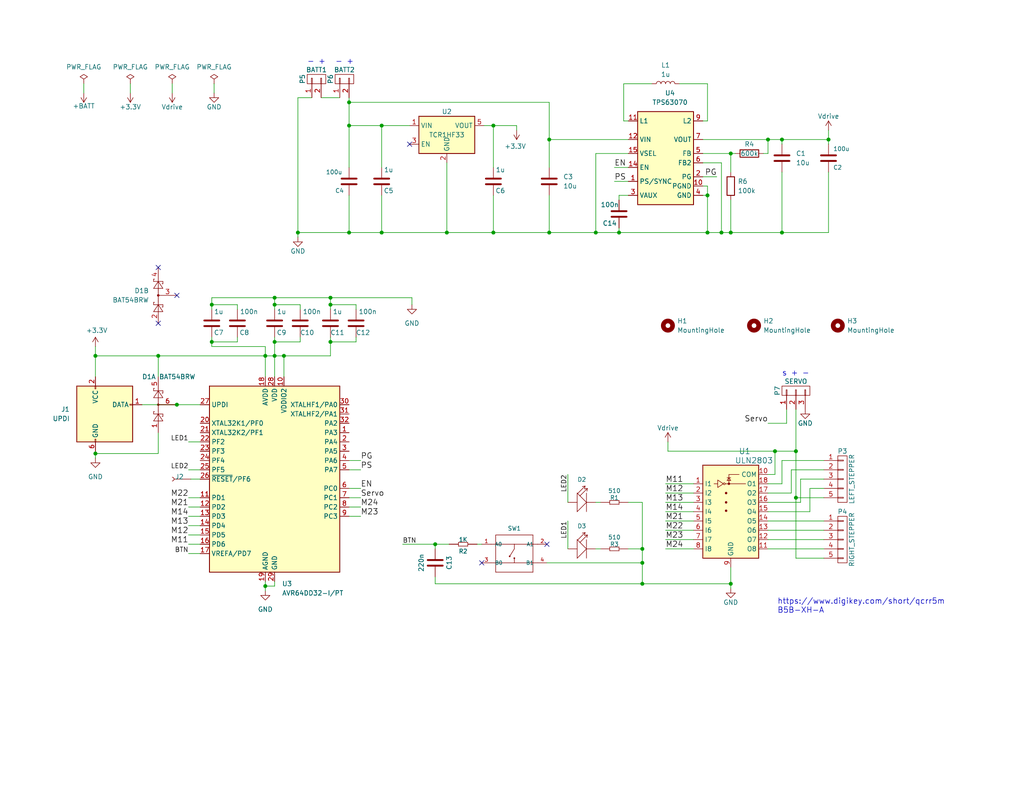
<source format=kicad_sch>
(kicad_sch (version 20231120) (generator "eeschema") (generator_version "8.0")
  (paper "USLetter")
  (title_block (title "AVR Robot Base") (date "2023-07-30") (rev "0.3") (company "www.MakersBox.us / ETH") (comment 1 "K. Olsen, R. Kralovic"))
  (lib_symbols
    (symbol "+3.3V_2" (power) (pin_names (offset 0))
      (property "Value" "+3.3V_2" (at 0 3.556 0))
      (symbol "+3.3V_2_1_1"
        (pin power_in line (at 0 0 90) (length 0) hide (name "+3.3V") (number "1"))
      )
    )
    (symbol "Connector:AVR-UPDI-6" (pin_names (offset 1.016))
      (property "Reference" "J" (at -6.35 8.89 0))
      (property "Value" "AVR-UPDI-6" (at 0 8.89 0))
      (symbol "AVR-UPDI-6_1_1"
        (pin passive line (at 10.16 2.54 180) (length 2.54) (name "DATA") (number "1"))
        (pin passive line (at -2.54 10.16 270) (length 2.54) (name "VCC") (number "2"))
        (pin no_connect line (at 7.62 0 180) (length 2.54) hide (name "NC") (number "3"))
        (pin no_connect line (at 7.62 -2.54 180) (length 2.54) hide (name "NC") (number "4"))
        (pin no_connect line (at 7.62 -5.08 180) (length 2.54) hide (name "NC") (number "5"))
        (pin passive line (at -2.54 -10.16 90) (length 2.54) (name "GND") (number "6"))
      )
    )
    (symbol "Connector:Conn_01x01_Female" (pin_numbers hide) (pin_names (offset 1.016) hide)
      (property "Reference" "J" (at 0 2.54 0))
      (property "Value" "Conn_01x01_Female" (at 0 -2.54 0))
      (symbol "Conn_01x01_Female_1_1"
        (pin passive line (at -5.08 0 0) (length 3.81) (name "Pin_1") (number "1"))
      )
    )
    (symbol "Device:C" (pin_numbers hide) (pin_names (offset 0.254))
      (property "Reference" "C" (at 0.635 2.54 0))
      (property "Value" "C" (at 0.635 -2.54 0))
      (symbol "C_1_1"
        (pin passive line (at 0 3.81 270) (length 2.794) (name "~") (number "1"))
        (pin passive line (at 0 -3.81 90) (length 2.794) (name "~") (number "2"))
      )
    )
    (symbol "Device:L" (pin_numbers hide) (pin_names (offset 1.016) hide)
      (property "Reference" "L" (at -1.27 0 90))
      (property "Value" "L" (at 1.905 0 90))
      (symbol "L_1_1"
        (pin passive line (at 0 3.81 270) (length 1.27) (name "1") (number "1"))
        (pin passive line (at 0 -3.81 90) (length 1.27) (name "2") (number "2"))
      )
    )
    (symbol "Device:R" (pin_numbers hide) (pin_names (offset 0))
      (property "Reference" "R" (at 2.032 0 90))
      (property "Value" "R" (at 0 0 90))
      (symbol "R_1_1"
        (pin passive line (at 0 3.81 270) (length 1.27) (name "~") (number "1"))
        (pin passive line (at 0 -3.81 90) (length 1.27) (name "~") (number "2"))
      )
    )
    (symbol "MCU_Microchip_AVR_Dx:AVR64DB32x-xPT"
      (property "Reference" "U" (at -17.78 26.67 0))
      (property "Value" "AVR64DB32x-xPT" (at 2.54 -26.67 0))
      (symbol "AVR64DB32x-xPT_1_1"
        (pin bidirectional line (at 20.32 12.7 180) (length 2.54) (name "PA3") (number "1"))
        (pin power_in line (at 2.54 27.94 270) (length 2.54) (name "VDDIO2") (number "10"))
        (pin bidirectional line (at -20.32 -5.08 0) (length 2.54) (name "PD1") (number "11"))
        (pin bidirectional line (at -20.32 -7.62 0) (length 2.54) (name "PD2") (number "12"))
        (pin bidirectional line (at -20.32 -10.16 0) (length 2.54) (name "PD3") (number "13"))
        (pin bidirectional line (at -20.32 -12.7 0) (length 2.54) (name "PD4") (number "14"))
        (pin bidirectional line (at -20.32 -15.24 0) (length 2.54) (name "PD5") (number "15"))
        (pin bidirectional line (at -20.32 -17.78 0) (length 2.54) (name "PD6") (number "16"))
        (pin bidirectional line (at -20.32 -20.32 0) (length 2.54) (name "VREFA/PD7") (number "17"))
        (pin power_in line (at -2.54 27.94 270) (length 2.54) (name "AVDD") (number "18"))
        (pin power_in line (at -2.54 -27.94 90) (length 2.54) (name "AGND") (number "19"))
        (pin bidirectional line (at 20.32 10.16 180) (length 2.54) (name "PA4") (number "2"))
        (pin bidirectional line (at -20.32 15.24 0) (length 2.54) (name "XTAL32K1/PF0") (number "20"))
        (pin bidirectional line (at -20.32 12.7 0) (length 2.54) (name "XTAL32K2/PF1") (number "21"))
        (pin bidirectional line (at -20.32 10.16 0) (length 2.54) (name "PF2") (number "22"))
        (pin bidirectional line (at -20.32 7.62 0) (length 2.54) (name "PF3") (number "23"))
        (pin bidirectional line (at -20.32 5.08 0) (length 2.54) (name "PF4") (number "24"))
        (pin bidirectional line (at -20.32 2.54 0) (length 2.54) (name "PF5") (number "25"))
        (pin bidirectional line (at -20.32 0 0) (length 2.54) (name "~{RESET}/PF6") (number "26"))
        (pin input line (at -20.32 20.32 0) (length 2.54) (name "UPDI") (number "27"))
        (pin power_in line (at 0 27.94 270) (length 2.54) (name "VDD") (number "28"))
        (pin power_in line (at 0 -27.94 90) (length 2.54) (name "GND") (number "29"))
        (pin bidirectional line (at 20.32 7.62 180) (length 2.54) (name "PA5") (number "3"))
        (pin bidirectional line (at 20.32 20.32 180) (length 2.54) (name "XTALHF1/PA0") (number "30"))
        (pin bidirectional line (at 20.32 17.78 180) (length 2.54) (name "XTALHF2/PA1") (number "31"))
        (pin bidirectional line (at 20.32 15.24 180) (length 2.54) (name "PA2") (number "32"))
        (pin bidirectional line (at 20.32 5.08 180) (length 2.54) (name "PA6") (number "4"))
        (pin bidirectional line (at 20.32 2.54 180) (length 2.54) (name "PA7") (number "5"))
        (pin bidirectional line (at 20.32 -2.54 180) (length 2.54) (name "PC0") (number "6"))
        (pin bidirectional line (at 20.32 -5.08 180) (length 2.54) (name "PC1") (number "7"))
        (pin bidirectional line (at 20.32 -7.62 180) (length 2.54) (name "PC2") (number "8"))
        (pin bidirectional line (at 20.32 -10.16 180) (length 2.54) (name "PC3") (number "9"))
      )
    )
    (symbol "Mechanical:MountingHole" (pin_names (offset 1.016))
      (property "Reference" "H" (at 0 5.08 0))
      (property "Value" "MountingHole" (at 0 3.175 0))
    )
    (symbol "OPL_Optoelectronics:SMD-LED-CLEAR-RED_0805_" (pin_numbers hide) (pin_names (offset 1.016) hide)
      (property "Reference" "D" (at -7.62 1.27 0))
      (property "Value" "OPL_Optoelectronics_SMD-LED-CLEAR-RED_0805_" (at -5.08 -5.08 0))
      (symbol "SMD-LED-CLEAR-RED_0805__1_1"
        (pin passive line (at -3.81 0 0) (length 2.54) (name "+") (number "1"))
        (pin passive line (at 3.81 0 180) (length 2.54) (name "-") (number "2"))
      )
    )
    (symbol "OPL_Resistor:SMD-RES-100R-5%-1_10W_0603_" (pin_numbers hide) (pin_names (offset 1.016) hide)
      (property "Reference" "R" (at -3.81 1.27 0))
      (property "Value" "OPL_Resistor_SMD-RES-100R-5%-1_10W_0603_" (at -3.81 -2.54 0))
      (symbol "SMD-RES-100R-5%-1_10W_0603__1_1"
        (pin passive line (at -3.81 0 0) (length 2.54) (name "1") (number "1"))
        (pin passive line (at 3.81 0 180) (length 2.54) (name "2") (number "2"))
      )
    )
    (symbol "OPL_Resistor:SMD-RES-620R-5%-1_10W_0603_" (pin_numbers hide) (pin_names (offset 1.016) hide)
      (property "Reference" "R" (at -3.81 1.27 0))
      (property "Value" "OPL_Resistor_SMD-RES-620R-5%-1_10W_0603_" (at -3.81 -2.54 0))
      (symbol "SMD-RES-620R-5%-1_10W_0603__1_1"
        (pin passive line (at -3.81 0 0) (length 2.54) (name "1") (number "1"))
        (pin passive line (at 3.81 0 180) (length 2.54) (name "2") (number "2"))
      )
    )
    (symbol "OPL_Switch:SMD-BUTTON_4P-5.2X5.2X1.5MM-SKQGADE010_" (pin_names (offset 1.016))
      (property "Reference" "SW" (at -5.08 5.08 0))
      (property "Value" "OPL_Switch_SMD-BUTTON_4P-5.2X5.2X1.5MM-SKQGADE010_" (at -5.08 -6.35 0))
      (symbol "SMD-BUTTON_4P-5.2X5.2X1.5MM-SKQGADE010__1_1"
        (pin bidirectional line (at -8.89 2.54 0) (length 2.54) (name "A0") (number "1"))
        (pin bidirectional line (at 8.89 2.54 180) (length 2.54) (name "A1") (number "2"))
        (pin bidirectional line (at -8.89 -2.54 0) (length 2.54) (name "B0") (number "3"))
        (pin bidirectional line (at 8.89 -2.54 180) (length 2.54) (name "B1") (number "4"))
      )
    )
    (symbol "avrostr-rescue:+BATT" (power) (pin_names (offset 0))
      (property "Value" "+BATT" (at 0 3.556 0))
      (symbol "+BATT_1_1"
        (pin power_in line (at 0 0 90) (length 0) hide (name "+BATT") (number "1"))
      )
    )
    (symbol "avrostr-rescue:CONN_01X02" (pin_names (offset 1.016) hide)
      (property "Reference" "J" (at 0 3.81 0))
      (property "Value" "CONN_01X02" (at 2.54 0 90))
      (symbol "CONN_01X02_1_1"
        (pin passive line (at -5.08 1.27 0) (length 3.81) (name "P1") (number "1"))
        (pin passive line (at -5.08 -1.27 0) (length 3.81) (name "P2") (number "2"))
      )
    )
    (symbol "avrostr-rescue:CONN_01X03" (pin_names (offset 1.016) hide)
      (property "Reference" "J" (at 0 5.08 0))
      (property "Value" "CONN_01X03" (at 2.54 0 90))
      (symbol "CONN_01X03_1_1"
        (pin passive line (at -5.08 2.54 0) (length 3.81) (name "P1") (number "1"))
        (pin passive line (at -5.08 0 0) (length 3.81) (name "P2") (number "2"))
        (pin passive line (at -5.08 -2.54 0) (length 3.81) (name "P3") (number "3"))
      )
    )
    (symbol "avrostr-rescue:CONN_01X05" (pin_names (offset 1.016) hide)
      (property "Reference" "J" (at 0 7.62 0))
      (property "Value" "CONN_01X05" (at 2.54 0 90))
      (symbol "CONN_01X05_1_1"
        (pin passive line (at -5.08 5.08 0) (length 3.81) (name "P1") (number "1"))
        (pin passive line (at -5.08 2.54 0) (length 3.81) (name "P2") (number "2"))
        (pin passive line (at -5.08 0 0) (length 3.81) (name "P3") (number "3"))
        (pin passive line (at -5.08 -2.54 0) (length 3.81) (name "P4") (number "4"))
        (pin passive line (at -5.08 -5.08 0) (length 3.81) (name "P5") (number "5"))
      )
    )
    (symbol "avrostr-rescue:GND" (power) (pin_names (offset 0))
      (property "Value" "GND" (at 0 -3.81 0))
      (symbol "GND_1_1"
        (pin power_in line (at 0 0 270) (length 0) hide (name "GND") (number "1"))
      )
    )
    (symbol "avrostr-rescue:PWR_FLAG" (power) (pin_numbers hide) (pin_names (offset 0) hide)
      (property "Value" "PWR_FLAG" (at 0 3.81 0))
      (symbol "PWR_FLAG_0_0"
        (pin power_out line (at 0 0 90) (length 0) (name "pwr") (number "1"))
      )
    )
    (symbol "power:GND" (power) (pin_names (offset 0))
      (property "Value" "GND" (at 0 -3.81 0))
      (symbol "GND_1_1"
        (pin power_in line (at 0 0 270) (length 0) hide (name "GND") (number "1"))
      )
    )
    (symbol "power:Vdrive" (power) (pin_names (offset 0))
      (property "Value" "Vdrive" (at 0 3.81 0))
      (symbol "Vdrive_1_1"
        (pin power_in line (at 0 0 90) (length 0) hide (name "Vdrive") (number "1"))
      )
    )
    (symbol "riso:BAT54BRW" (pin_names (offset 1.016))
      (property "Reference" "D" (at -5.08 -2.54 0))
      (property "Value" "BAT54BRW" (at 0.635 -2.54 0))
      (symbol "BAT54BRW_1_1"
        (pin passive line (at -7.62 0 0) (length 3.81) (name "") (number "1"))
        (pin passive line (at 7.62 0 180) (length 3.81) (name "") (number "5"))
        (pin passive line (at 0 -5.08 90) (length 5.08) (name "") (number "6"))
      )
      (symbol "BAT54BRW_2_1"
        (pin passive line (at -7.62 0 0) (length 3.81) (name "") (number "2"))
        (pin passive line (at 0 -5.08 90) (length 5.08) (name "") (number "3"))
        (pin passive line (at 7.62 0 180) (length 3.81) (name "") (number "4"))
      )
    )
    (symbol "riso:TCR1HF33"
      (property "Reference" "U" (at 0 10.16 0))
      (property "Value" "TCR1HF33" (at 0 7.62 0))
      (symbol "TCR1HF33_1_1"
        (pin power_in line (at -10.16 2.54 0) (length 2.54) (name "VIN") (number "1"))
        (pin power_in line (at 0 -7.62 90) (length 2.54) (name "GND") (number "2"))
        (pin input line (at -10.16 -2.54 0) (length 2.54) (name "EN") (number "3"))
        (pin no_connect line (at 10.16 -2.54 180) (length 2.54) hide (name "NC") (number "4"))
        (pin power_out line (at 10.16 2.54 180) (length 2.54) (name "VOUT") (number "5"))
      )
    )
    (symbol "riso:TPS63070"
      (property "Reference" "U" (at -7.62 13.97 0))
      (property "Value" "TPS63070" (at 2.54 13.97 0))
      (symbol "TPS63070_0_0"
        (pin power_in line (at -10.16 5.08 0) (length 2.54) (name "VIN") (number "12"))
        (pin power_in line (at -10.16 5.08 0) (length 2.54) hide (name "VIN") (number "12_13"))
        (pin power_in line (at -10.16 5.08 0) (length 2.54) hide (name "VIN") (number "13"))
        (pin input line (at -10.16 -2.54 0) (length 2.54) (name "EN") (number "14"))
        (pin input line (at -10.16 1.27 0) (length 2.54) (name "VSEL") (number "15"))
        (pin power_out line (at 10.16 5.08 180) (length 2.54) hide (name "VOUT") (number "7_8"))
      )
      (symbol "TPS63070_1_1"
        (pin input line (at -10.16 -6.35 0) (length 2.54) (name "PS/SYNC") (number "1"))
        (pin power_in line (at 10.16 -7.62 180) (length 2.54) (name "PGND") (number "10"))
        (pin input line (at -10.16 10.16 0) (length 2.54) (name "L1") (number "11"))
        (pin open_collector line (at 10.16 -5.08 180) (length 2.54) (name "PG") (number "2"))
        (pin output line (at -10.16 -10.16 0) (length 2.54) (name "VAUX") (number "3"))
        (pin power_in line (at 10.16 -10.16 180) (length 2.54) (name "GND") (number "4"))
        (pin input line (at 10.16 1.27 180) (length 2.54) (name "FB") (number "5"))
        (pin output line (at 10.16 -1.27 180) (length 2.54) (name "FB2") (number "6"))
        (pin power_out line (at 10.16 5.08 180) (length 2.54) (name "VOUT") (number "7"))
        (pin power_out line (at 10.16 5.08 180) (length 2.54) hide (name "VOUT") (number "8"))
        (pin input line (at 10.16 10.16 180) (length 2.54) (name "L2") (number "9"))
      )
    )
    (symbol "riso:ULN2803A"
      (property "Reference" "U" (at 0 13.335 0))
      (property "Value" "ULN2803A" (at 0 11.43 0))
      (symbol "ULN2803A_1_1"
        (pin input line (at -10.16 5.08 0) (length 2.54) (name "I1") (number "1"))
        (pin passive line (at 10.16 7.62 180) (length 2.54) (name "COM") (number "10"))
        (pin open_collector line (at 10.16 -12.7 180) (length 2.54) (name "O8") (number "11"))
        (pin open_collector line (at 10.16 -10.16 180) (length 2.54) (name "O7") (number "12"))
        (pin open_collector line (at 10.16 -7.62 180) (length 2.54) (name "O6") (number "13"))
        (pin open_collector line (at 10.16 -5.08 180) (length 2.54) (name "O5") (number "14"))
        (pin open_collector line (at 10.16 -2.54 180) (length 2.54) (name "O4") (number "15"))
        (pin open_collector line (at 10.16 0 180) (length 2.54) (name "O3") (number "16"))
        (pin open_collector line (at 10.16 2.54 180) (length 2.54) (name "O2") (number "17"))
        (pin open_collector line (at 10.16 5.08 180) (length 2.54) (name "O1") (number "18"))
        (pin input line (at -10.16 2.54 0) (length 2.54) (name "I2") (number "2"))
        (pin input line (at -10.16 0 0) (length 2.54) (name "I3") (number "3"))
        (pin input line (at -10.16 -2.54 0) (length 2.54) (name "I4") (number "4"))
        (pin input line (at -10.16 -5.08 0) (length 2.54) (name "I5") (number "5"))
        (pin input line (at -10.16 -7.62 0) (length 2.54) (name "I6") (number "6"))
        (pin input line (at -10.16 -10.16 0) (length 2.54) (name "I7") (number "7"))
        (pin input line (at -10.16 -12.7 0) (length 2.54) (name "I8") (number "8"))
        (pin power_in line (at 0 -17.78 90) (length 2.54) (name "GND") (number "9"))
      )
    )
  )
  (junction (at 74.93 81.28))
  (junction (at 26.035 97.155))
  (junction (at 72.39 97.155))
  (junction (at 193.04 53.34))
  (junction (at 77.47 97.155))
  (junction (at 149.86 63.5))
  (junction (at 175.26 149.86))
  (junction (at 134.62 34.29))
  (junction (at 121.92 63.5))
  (junction (at 57.785 83.185))
  (junction (at 95.25 27.94))
  (junction (at 57.785 93.345))
  (junction (at 26.035 123.825))
  (junction (at 95.25 34.29))
  (junction (at 90.17 83.185))
  (junction (at 74.93 83.185))
  (junction (at 196.85 63.5))
  (junction (at 175.26 159.385))
  (junction (at 168.91 63.5))
  (junction (at 217.17 135.89))
  (junction (at 48.26 110.49))
  (junction (at 81.28 63.5))
  (junction (at 199.39 41.91))
  (junction (at 209.55 38.1))
  (junction (at 95.25 63.5))
  (junction (at 199.39 159.385))
  (junction (at 43.18 97.155))
  (junction (at 104.14 34.29))
  (junction (at 175.26 153.67))
  (junction (at 134.62 63.5))
  (junction (at 74.93 97.155))
  (junction (at 213.36 63.5))
  (junction (at 226.06 38.1))
  (junction (at 104.14 63.5))
  (junction (at 90.17 81.28))
  (junction (at 162.56 63.5))
  (junction (at 213.36 38.1))
  (junction (at 149.86 38.1))
  (junction (at 211.455 123.19))
  (junction (at 118.745 148.59))
  (junction (at 74.93 93.345))
  (junction (at 193.04 63.5))
  (junction (at 90.17 93.345))
  (junction (at 199.39 63.5))
  (junction (at 217.17 123.19))
  (junction (at 72.39 160.02))
  (no_connect (at 111.76 39.37))
  (no_connect (at 149.225 148.59))
  (no_connect (at 48.26 80.645))
  (no_connect (at 43.18 88.265))
  (no_connect (at 43.18 73.025))
  (no_connect (at 131.445 153.67))
  (wire (pts (xy 168.91 62.23) (xy 168.91 63.5)))
  (wire (pts (xy 193.04 53.34) (xy 193.04 63.5)))
  (wire (pts (xy 74.93 97.155) (xy 77.47 97.155)))
  (wire (pts (xy 43.18 97.155) (xy 72.39 97.155)))
  (wire (pts (xy 118.745 159.385) (xy 175.26 159.385)))
  (wire (pts (xy 209.55 129.54) (xy 211.455 129.54)))
  (wire (pts (xy 109.855 148.59) (xy 118.745 148.59)))
  (wire (pts (xy 199.39 159.385) (xy 199.39 160.655)))
  (wire (pts (xy 224.79 135.89) (xy 217.17 135.89)))
  (wire (pts (xy 217.17 152.4) (xy 224.79 152.4)))
  (wire (pts (xy 134.62 63.5) (xy 149.86 63.5)))
  (wire (pts (xy 81.28 26.67) (xy 85.09 26.67)))
  (wire (pts (xy 199.39 41.91) (xy 199.39 46.99)))
  (wire (pts (xy 140.97 34.29) (xy 140.97 35.56)))
  (wire (pts (xy 167.64 45.72) (xy 171.45 45.72)))
  (wire (pts (xy 112.395 83.185) (xy 112.395 81.28)))
  (wire (pts (xy 213.36 38.1) (xy 213.36 39.37)))
  (wire (pts (xy 193.04 22.86) (xy 193.04 33.02)))
  (wire (pts (xy 95.25 138.43) (xy 98.425 138.43)))
  (wire (pts (xy 90.17 93.345) (xy 90.17 92.075)))
  (wire (pts (xy 209.55 115.57) (xy 214.63 115.57)))
  (wire (pts (xy 95.25 27.94) (xy 95.25 34.29)))
  (wire (pts (xy 72.39 97.155) (xy 74.93 97.155)))
  (wire (pts (xy 209.55 147.32) (xy 224.79 147.32)))
  (wire (pts (xy 149.86 38.1) (xy 149.86 45.72)))
  (wire (pts (xy 199.39 54.61) (xy 199.39 63.5)))
  (wire (pts (xy 189.23 142.24) (xy 181.61 142.24)))
  (wire (pts (xy 54.61 151.13) (xy 51.435 151.13)))
  (wire (pts (xy 215.9 134.62) (xy 215.9 128.27)))
  (wire (pts (xy 121.92 63.5) (xy 134.62 63.5)))
  (wire (pts (xy 149.225 153.67) (xy 175.26 153.67)))
  (wire (pts (xy 211.455 129.54) (xy 211.455 123.19)))
  (wire (pts (xy 211.455 123.19) (xy 217.17 123.19)))
  (wire (pts (xy 191.77 41.91) (xy 199.39 41.91)))
  (wire (pts (xy 218.44 137.16) (xy 218.44 130.81)))
  (wire (pts (xy 97.155 84.455) (xy 97.155 83.185)))
  (wire (pts (xy 162.56 63.5) (xy 168.91 63.5)))
  (wire (pts (xy 104.14 63.5) (xy 95.25 63.5)))
  (wire (pts (xy 43.18 97.155) (xy 43.18 102.87)))
  (wire (pts (xy 72.39 160.02) (xy 72.39 158.75)))
  (wire (pts (xy 209.55 142.24) (xy 224.79 142.24)))
  (wire (pts (xy 54.61 135.89) (xy 51.435 135.89)))
  (wire (pts (xy 149.86 63.5) (xy 162.56 63.5)))
  (wire (pts (xy 132.08 34.29) (xy 134.62 34.29)))
  (wire (pts (xy 209.55 132.08) (xy 213.36 132.08)))
  (wire (pts (xy 213.36 125.73) (xy 224.79 125.73)))
  (wire (pts (xy 171.45 41.91) (xy 162.56 41.91)))
  (wire (pts (xy 191.77 38.1) (xy 209.55 38.1)))
  (wire (pts (xy 64.77 92.075) (xy 64.77 93.345)))
  (wire (pts (xy 209.55 38.1) (xy 213.36 38.1)))
  (wire (pts (xy 90.17 97.155) (xy 90.17 93.345)))
  (wire (pts (xy 72.39 160.02) (xy 74.93 160.02)))
  (wire (pts (xy 54.61 138.43) (xy 51.435 138.43)))
  (wire (pts (xy 95.25 34.29) (xy 95.25 45.72)))
  (wire (pts (xy 98.425 128.27) (xy 95.25 128.27)))
  (wire (pts (xy 74.93 92.075) (xy 74.93 93.345)))
  (wire (pts (xy 193.04 33.02) (xy 191.77 33.02)))
  (wire (pts (xy 64.77 83.185) (xy 57.785 83.185)))
  (wire (pts (xy 95.25 34.29) (xy 104.14 34.29)))
  (wire (pts (xy 118.745 148.59) (xy 118.745 149.86)))
  (wire (pts (xy 43.18 123.825) (xy 26.035 123.825)))
  (wire (pts (xy 72.39 161.29) (xy 72.39 160.02)))
  (wire (pts (xy 214.63 115.57) (xy 214.63 111.76)))
  (wire (pts (xy 162.56 149.86) (xy 163.83 149.86)))
  (wire (pts (xy 90.17 81.28) (xy 112.395 81.28)))
  (wire (pts (xy 191.77 48.26) (xy 195.58 48.26)))
  (wire (pts (xy 57.785 83.185) (xy 57.785 84.455)))
  (wire (pts (xy 97.155 83.185) (xy 90.17 83.185)))
  (wire (pts (xy 209.55 41.91) (xy 209.55 38.1)))
  (wire (pts (xy 57.785 93.345) (xy 57.785 92.075)))
  (wire (pts (xy 95.25 135.89) (xy 98.425 135.89)))
  (wire (pts (xy 226.06 46.99) (xy 226.06 63.5)))
  (wire (pts (xy 54.61 140.97) (xy 51.435 140.97)))
  (wire (pts (xy 64.77 84.455) (xy 64.77 83.185)))
  (wire (pts (xy 97.155 92.075) (xy 97.155 93.345)))
  (wire (pts (xy 171.45 149.86) (xy 175.26 149.86)))
  (wire (pts (xy 149.86 53.34) (xy 149.86 63.5)))
  (wire (pts (xy 217.17 111.76) (xy 217.17 123.19)))
  (wire (pts (xy 171.45 137.16) (xy 175.26 137.16)))
  (wire (pts (xy 213.36 63.5) (xy 213.36 46.99)))
  (wire (pts (xy 74.93 81.28) (xy 90.17 81.28)))
  (wire (pts (xy 209.55 144.78) (xy 224.79 144.78)))
  (wire (pts (xy 209.55 137.16) (xy 218.44 137.16)))
  (wire (pts (xy 149.86 27.94) (xy 149.86 38.1)))
  (wire (pts (xy 170.18 22.86) (xy 177.8 22.86)))
  (wire (pts (xy 72.39 97.155) (xy 72.39 102.87)))
  (wire (pts (xy 54.61 146.05) (xy 51.435 146.05)))
  (wire (pts (xy 57.785 81.28) (xy 74.93 81.28)))
  (wire (pts (xy 196.85 44.45) (xy 196.85 63.5)))
  (wire (pts (xy 95.25 26.67) (xy 95.25 27.94)))
  (wire (pts (xy 54.61 143.51) (xy 51.435 143.51)))
  (wire (pts (xy 171.45 33.02) (xy 170.18 33.02)))
  (wire (pts (xy 118.745 157.48) (xy 118.745 159.385)))
  (wire (pts (xy 199.39 63.5) (xy 213.36 63.5)))
  (wire (pts (xy 57.785 81.28) (xy 57.785 83.185)))
  (wire (pts (xy 77.47 97.155) (xy 77.47 102.87)))
  (wire (pts (xy 51.435 128.27) (xy 54.61 128.27)))
  (wire (pts (xy 26.035 94.615) (xy 26.035 97.155)))
  (wire (pts (xy 189.23 149.86) (xy 181.61 149.86)))
  (wire (pts (xy 54.61 148.59) (xy 51.435 148.59)))
  (wire (pts (xy 149.86 38.1) (xy 171.45 38.1)))
  (wire (pts (xy 104.14 34.29) (xy 104.14 45.72)))
  (wire (pts (xy 168.91 53.34) (xy 168.91 54.61)))
  (wire (pts (xy 95.25 53.34) (xy 95.25 63.5)))
  (wire (pts (xy 175.26 159.385) (xy 199.39 159.385)))
  (wire (pts (xy 26.035 123.825) (xy 26.035 125.095)))
  (wire (pts (xy 218.44 130.81) (xy 224.79 130.81)))
  (wire (pts (xy 57.785 94.615) (xy 57.785 93.345)))
  (wire (pts (xy 189.23 137.16) (xy 181.61 137.16)))
  (wire (pts (xy 64.77 93.345) (xy 57.785 93.345)))
  (wire (pts (xy 43.18 118.11) (xy 43.18 123.825)))
  (wire (pts (xy 95.25 140.97) (xy 98.425 140.97)))
  (wire (pts (xy 182.245 120.65) (xy 182.245 123.19)))
  (wire (pts (xy 193.04 50.8) (xy 193.04 53.34)))
  (wire (pts (xy 74.93 160.02) (xy 74.93 158.75)))
  (wire (pts (xy 130.175 148.59) (xy 131.445 148.59)))
  (wire (pts (xy 134.62 34.29) (xy 134.62 45.72)))
  (wire (pts (xy 81.915 93.345) (xy 74.93 93.345)))
  (wire (pts (xy 95.25 125.73) (xy 98.425 125.73)))
  (wire (pts (xy 209.55 134.62) (xy 215.9 134.62)))
  (wire (pts (xy 118.745 148.59) (xy 122.555 148.59)))
  (wire (pts (xy 167.64 49.53) (xy 171.45 49.53)))
  (wire (pts (xy 74.93 83.185) (xy 74.93 84.455)))
  (wire (pts (xy 226.06 38.1) (xy 226.06 39.37)))
  (wire (pts (xy 104.14 63.5) (xy 121.92 63.5)))
  (wire (pts (xy 26.035 97.155) (xy 43.18 97.155)))
  (wire (pts (xy 104.14 53.34) (xy 104.14 63.5)))
  (wire (pts (xy 35.56 22.86) (xy 35.56 25.4)))
  (wire (pts (xy 208.28 41.91) (xy 209.55 41.91)))
  (wire (pts (xy 48.26 110.49) (xy 54.61 110.49)))
  (wire (pts (xy 81.915 92.075) (xy 81.915 93.345)))
  (wire (pts (xy 95.25 63.5) (xy 81.28 63.5)))
  (wire (pts (xy 87.63 26.67) (xy 92.71 26.67)))
  (wire (pts (xy 199.39 41.91) (xy 200.66 41.91)))
  (wire (pts (xy 74.93 93.345) (xy 74.93 97.155)))
  (wire (pts (xy 51.435 120.65) (xy 54.61 120.65)))
  (wire (pts (xy 182.245 123.19) (xy 211.455 123.19)))
  (wire (pts (xy 189.23 134.62) (xy 181.61 134.62)))
  (wire (pts (xy 134.62 63.5) (xy 134.62 53.34)))
  (wire (pts (xy 26.035 102.87) (xy 26.035 97.155)))
  (wire (pts (xy 220.98 139.7) (xy 220.98 133.35)))
  (wire (pts (xy 81.915 84.455) (xy 81.915 83.185)))
  (wire (pts (xy 72.39 97.155) (xy 72.39 94.615)))
  (wire (pts (xy 95.25 133.35) (xy 98.425 133.35)))
  (wire (pts (xy 191.77 50.8) (xy 193.04 50.8)))
  (wire (pts (xy 168.91 63.5) (xy 193.04 63.5)))
  (wire (pts (xy 185.42 22.86) (xy 193.04 22.86)))
  (wire (pts (xy 193.04 63.5) (xy 196.85 63.5)))
  (wire (pts (xy 220.98 133.35) (xy 224.79 133.35)))
  (wire (pts (xy 213.36 38.1) (xy 226.06 38.1)))
  (wire (pts (xy 209.55 149.86) (xy 224.79 149.86)))
  (wire (pts (xy 58.42 22.86) (xy 58.42 25.4)))
  (wire (pts (xy 189.23 139.7) (xy 181.61 139.7)))
  (wire (pts (xy 38.735 110.49) (xy 48.26 110.49)))
  (wire (pts (xy 226.06 63.5) (xy 213.36 63.5)))
  (wire (pts (xy 199.39 154.94) (xy 199.39 159.385)))
  (wire (pts (xy 46.99 22.86) (xy 46.99 25.4)))
  (wire (pts (xy 175.26 159.385) (xy 175.26 153.67)))
  (wire (pts (xy 162.56 41.91) (xy 162.56 63.5)))
  (wire (pts (xy 175.26 149.86) (xy 175.26 153.67)))
  (wire (pts (xy 191.77 53.34) (xy 193.04 53.34)))
  (wire (pts (xy 217.17 123.19) (xy 217.17 135.89)))
  (wire (pts (xy 81.28 26.67) (xy 81.28 63.5)))
  (wire (pts (xy 213.36 132.08) (xy 213.36 125.73)))
  (wire (pts (xy 171.45 53.34) (xy 168.91 53.34)))
  (wire (pts (xy 81.915 83.185) (xy 74.93 83.185)))
  (wire (pts (xy 97.155 93.345) (xy 90.17 93.345)))
  (wire (pts (xy 90.17 83.185) (xy 90.17 84.455)))
  (wire (pts (xy 189.23 147.32) (xy 181.61 147.32)))
  (wire (pts (xy 154.94 149.86) (xy 154.94 142.24)))
  (wire (pts (xy 209.55 139.7) (xy 220.98 139.7)))
  (wire (pts (xy 81.28 63.5) (xy 81.28 64.77)))
  (wire (pts (xy 226.06 35.56) (xy 226.06 38.1)))
  (wire (pts (xy 90.17 81.28) (xy 90.17 83.185)))
  (wire (pts (xy 104.14 34.29) (xy 111.76 34.29)))
  (wire (pts (xy 72.39 94.615) (xy 57.785 94.615)))
  (wire (pts (xy 196.85 63.5) (xy 199.39 63.5)))
  (wire (pts (xy 217.17 135.89) (xy 217.17 152.4)))
  (wire (pts (xy 189.23 132.08) (xy 181.61 132.08)))
  (wire (pts (xy 191.77 44.45) (xy 196.85 44.45)))
  (wire (pts (xy 134.62 34.29) (xy 140.97 34.29)))
  (wire (pts (xy 162.56 137.16) (xy 163.83 137.16)))
  (wire (pts (xy 77.47 97.155) (xy 90.17 97.155)))
  (wire (pts (xy 121.92 44.45) (xy 121.92 63.5)))
  (wire (pts (xy 175.26 137.16) (xy 175.26 149.86)))
  (wire (pts (xy 154.94 137.16) (xy 154.94 129.54)))
  (wire (pts (xy 170.18 33.02) (xy 170.18 22.86)))
  (wire (pts (xy 22.86 22.86) (xy 22.86 25.4)))
  (wire (pts (xy 74.93 97.155) (xy 74.93 102.87)))
  (wire (pts (xy 52.07 130.81) (xy 54.61 130.81)))
  (wire (pts (xy 95.25 27.94) (xy 149.86 27.94)))
  (wire (pts (xy 189.23 144.78) (xy 181.61 144.78)))
  (wire (pts (xy 215.9 128.27) (xy 224.79 128.27)))
  (wire (pts (xy 26.035 123.19) (xy 26.035 123.825)))
  (wire (pts (xy 74.93 81.28) (xy 74.93 83.185)))
  (text "s + -" (at 213.36 102.87 0) (effects (font (size 1.524 1.524)) (justify left bottom)))
  (text "- +" (at 91.44 17.78 0) (effects (font (size 1.524 1.524)) (justify left bottom)))
  (text "- +" (at 88.9 17.78 0) (effects (font (size 1.524 1.524)) (justify right bottom)))
  (text "https://www.digikey.com/short/qcrr5m\nB5B-XH-A" (at 212.09 167.64 0) (effects (font (size 1.524 1.524)) (justify left bottom)))
  (label "EN" (at 167.64 45.72 0) (effects (font (size 1.524 1.524))))
  (label "M13" (at 181.61 137.16 0) (effects (font (size 1.524 1.524))))
  (label "M24" (at 98.425 138.43 0) (effects (font (size 1.524 1.524))))
  (label "EN" (at 98.425 133.35 0) (effects (font (size 1.524 1.524))))
  (label "M12" (at 51.435 146.05 180) (effects (font (size 1.524 1.524))))
  (label "LED1" (at 51.435 120.65 180))
  (label "PS" (at 98.425 128.27 0) (effects (font (size 1.524 1.524))))
  (label "M14" (at 181.61 139.7 0) (effects (font (size 1.524 1.524))))
  (label "BTN" (at 109.855 148.59 0))
  (label "M11" (at 181.61 132.08 0) (effects (font (size 1.524 1.524))))
  (label "BTN" (at 51.435 151.13 180))
  (label "LED2" (at 154.94 129.54 270))
  (label "PG" (at 98.425 125.73 0) (effects (font (size 1.524 1.524))))
  (label "M14" (at 51.435 140.97 180) (effects (font (size 1.524 1.524))))
  (label "M12" (at 181.61 134.62 0) (effects (font (size 1.524 1.524))))
  (label "M13" (at 51.435 143.51 180) (effects (font (size 1.524 1.524))))
  (label "M11" (at 51.435 148.59 180) (effects (font (size 1.524 1.524))))
  (label "PG" (at 195.58 48.26 180) (effects (font (size 1.524 1.524))))
  (label "Servo" (at 98.425 135.89 0) (effects (font (size 1.524 1.524))))
  (label "LED2" (at 51.435 128.27 180))
  (label "M24" (at 181.61 149.86 0) (effects (font (size 1.524 1.524))))
  (label "M23" (at 98.425 140.97 0) (effects (font (size 1.524 1.524))))
  (label "M22" (at 51.435 135.89 180) (effects (font (size 1.524 1.524))))
  (label "Servo" (at 209.55 115.57 180) (effects (font (size 1.524 1.524))))
  (label "M21" (at 51.435 138.43 180) (effects (font (size 1.524 1.524))))
  (label "M23" (at 181.61 147.32 0) (effects (font (size 1.524 1.524))))
  (label "PS" (at 167.64 49.53 0) (effects (font (size 1.524 1.524))))
  (label "M21" (at 181.61 142.24 0) (effects (font (size 1.524 1.524))))
  (label "M22" (at 181.61 144.78 0) (effects (font (size 1.524 1.524))))
  (label "LED1" (at 154.94 142.24 270))
  (symbol (lib_id "avrostr-rescue:PWR_FLAG") (at 22.86 22.86 0) (unit 1)
    (property "Reference" "#FLG01" (effects (hide yes)))
    (property "Value" "PWR_FLAG" (at 22.86 18.288 0))
  )
  (symbol (lib_id "avrostr-rescue:PWR_FLAG") (at 58.42 22.86 0) (unit 1)
    (property "Reference" "#FLG02" (effects (hide yes)))
    (property "Value" "PWR_FLAG" (at 58.42 18.288 0))
  )
  (symbol (lib_id "avrostr-rescue:GND") (at 58.42 25.4 0) (unit 1)
    (property "Reference" "#PWR03" (effects (hide yes)))
    (property "Value" "GND" (at 58.42 29.21 0))
  )
  (symbol (lib_id "avrostr-rescue:+BATT") (at 22.86 25.4 180) (unit 1)
    (property "Reference" "#PWR04" (effects (hide yes)))
    (property "Value" "+BATT" (at 22.86 28.956 0))
  )
  (symbol (lib_id "riso:ULN2803A") (at 199.39 137.16 0) (unit 1)
    (property "Reference" "U1" (at 203.2 123.19 0) (effects (font (size 1.524 1.524))))
    (property "Value" "ULN2803" (at 205.74 125.73 0) (effects (font (size 1.524 1.524))))
    (property "Footprint" "Package_SO:SOP-18_7x12.5mm_P1.27mm" (effects (hide yes)))
    (property "Datasheet" "http://www.ti.com/lit/ds/symlink/uln2803a.pdf" (effects (hide yes)))
    (property "Digikey" "4518-ULN2803ACT-ND" (effects (hide yes)))
  )
  (symbol (lib_id "avrostr-rescue:CONN_01X05") (at 229.87 130.81 0) (unit 1)
    (property "Reference" "P3" (at 229.87 123.19 0))
    (property "Value" "LEFT_STEPPER" (at 232.41 130.81 90))
    (property "Footprint" "library:JST_B5B-XH-A" (effects (hide yes)))
    (property "Digikey" "455-2270-ND" (effects (hide yes)))
    (property "Mouser-extra" "932-MIKROE-1530" (effects (hide yes)))
    (property "Note" "JST B5B-XH-A(LF)(SN)" (effects (hide yes)))
  )
  (symbol (lib_id "avrostr-rescue:CONN_01X05") (at 229.87 147.32 0) (unit 1)
    (property "Reference" "P4" (at 229.87 139.7 0))
    (property "Value" "RIGHT_STEPPER" (at 232.41 147.32 90))
    (property "Footprint" "library:JST_B5B-XH-A" (effects (hide yes)))
    (property "Digikey" "455-2270-ND" (effects (hide yes)))
    (property "Mouser-extra" "932-MIKROE-1530" (effects (hide yes)))
    (property "Note" "JST B5B-XH-A(LF)(SN)" (effects (hide yes)))
  )
  (symbol (lib_id "avrostr-rescue:GND") (at 199.39 160.655 0) (unit 1)
    (property "Reference" "#PWR05" (effects (hide yes)))
    (property "Value" "GND" (at 199.39 164.465 0))
  )
  (symbol (lib_id "avrostr-rescue:CONN_01X02") (at 86.36 21.59 90) (unit 1)
    (property "Reference" "P5" (at 82.55 21.59 0))
    (property "Value" "BATT1" (at 86.36 19.05 90))
    (property "Footprint" "TerminalBlock_Phoenix:TerminalBlock_Phoenix_PT-1,5-2-3.5-H_1x02_P3.50mm_Horizontal" (effects (hide yes)))
    (property "Mouser" "651-1984617" (effects (hide yes)))
    (property "Mouser-extra" "12BHC321A-GR" (effects (hide yes)))
  )
  (symbol (lib_id "avrostr-rescue:CONN_01X02") (at 93.98 21.59 90) (unit 1)
    (property "Reference" "P6" (at 90.17 21.59 0))
    (property "Value" "BATT2" (at 93.98 19.05 90))
    (property "Footprint" "TerminalBlock_Phoenix:TerminalBlock_Phoenix_PT-1,5-2-3.5-H_1x02_P3.50mm_Horizontal" (effects (hide yes)))
    (property "Mouser" "651-1984617" (effects (hide yes)))
    (property "Mouser-extra" "12BHC321A-GR" (effects (hide yes)))
  )
  (symbol (lib_id "avrostr-rescue:CONN_01X03") (at 217.17 106.68 90) (unit 1)
    (property "Reference" "P7" (at 212.09 106.68 0))
    (property "Value" "SERVO" (at 217.17 104.14 90))
    (property "Footprint" "library:Pin_Header_Straight_1x03" (effects (hide yes)))
    (property "Digikey" "1849-1003-ND" (effects (hide yes)))
    (property "Mouser" "538-22-28-9034" (effects (hide yes)))
    (property "Mouser-extra" "485-169" (effects (hide yes)))
  )
  (symbol (lib_id "avrostr-rescue:GND") (at 219.71 111.76 0) (unit 1)
    (property "Reference" "#PWR06" (effects (hide yes)))
    (property "Value" "GND" (at 219.71 115.57 0))
  )
  (symbol (lib_id "avrostr-rescue:GND") (at 81.28 64.77 0) (unit 1)
    (property "Reference" "#PWR09" (effects (hide yes)))
    (property "Value" "GND" (at 81.28 68.58 0))
  )
  (symbol (lib_id "avrostr-rescue:PWR_FLAG") (at 35.56 22.86 0) (unit 1)
    (property "Reference" "#FLG012" (effects (hide yes)))
    (property "Value" "PWR_FLAG" (at 35.56 18.288 0))
  )
  (symbol (lib_id "Connector:Conn_01x01_Female") (at 46.99 130.81 180) (unit 1) (exclude_from_sim yes)
    (property "Reference" "J2" (at 50.165 130.175 0) (effects (justify left)))
    (property "Value" "Conn_01x01_Female" (effects (hide yes)))
    (property "Footprint" "TestPoint:TestPoint_Pad_D1.0mm" (effects (hide yes)))
    (property "Sim.Device" "SPICE" (effects (hide yes)))
    (property "Sim.Params" "type=\"J\" model=\"Conn_01x01_Female\" lib=\"\"" (effects (hide yes)))
    (property "Sim.Pins" "1=1" (effects (hide yes)))
  )
  (symbol (lib_id "Device:C") (at 90.17 88.265 180) (unit 1)
    (property "Reference" "C11" (at 92.075 90.805 0))
    (property "Value" "1u" (at 92.075 85.09 0))
    (property "Footprint" "Capacitor_SMD:C_0402_1005Metric" (effects (hide yes)))
    (property "Mouser" "81-GRM155R61H105ME5D" (effects (hide yes)))
    (property "Sim.Library" "/home/riso/kicad/spice/capacitor/GRM155R61H105ME05_DC0V_25degC.mod" (effects (hide yes)))
    (property "Sim.Name" "GRM155R61H105ME05_DC0V_25degC" (effects (hide yes)))
    (property "Sim.Pins" "1=port1 2=port2" (effects (hide yes)))
  )
  (symbol (lib_id "riso:TCR1HF33") (at 121.92 36.83 0) (unit 1)
    (property "Reference" "U2" (at 121.92 30.48 0))
    (property "Value" "TCR1HF33" (at 121.92 36.83 0))
    (property "Footprint" "Package_TO_SOT_SMD:SOT-23-5" (effects (hide yes)))
    (property "Datasheet" "https://www.analog.com/media/en/technical-documentation/data-sheets/ADP3336.pdf" (effects (hide yes)))
    (property "Mouser" "757-TCR1HF33BLMCT" (effects (hide yes)))
    (property "Digikey" "264-TCR1HF33B,LM(CT-ND" (effects (hide yes)))
  )
  (symbol (lib_id "Device:C") (at 97.155 88.265 0) (unit 1)
    (property "Reference" "C12" (at 99.06 90.805 0))
    (property "Value" "100n" (at 100.33 85.09 0))
    (property "Footprint" "Capacitor_SMD:C_0402_1005Metric" (effects (hide yes)))
    (property "Mouser" "81-GRM155R71H104KE4D" (effects (hide yes)))
    (property "Sim.Library" "/home/riso/kicad/spice/capacitor/GRM155R71H104KE14_DC0V_25degC.mod" (effects (hide yes)))
    (property "Sim.Name" "GRM155R71H104KE14_DC0V_25degC" (effects (hide yes)))
    (property "Sim.Pins" "1=port1 2=port2" (effects (hide yes)))
  )
  (symbol (lib_id "OPL_Resistor:SMD-RES-620R-5%-1_10W_0603_") (at 126.365 148.59 0) (unit 1)
    (property "Reference" "R2" (at 126.365 149.86 0) (effects (font (size 1.143 1.143)) (justify top)))
    (property "Value" "1K" (at 126.365 147.32 0) (effects (font (size 1.143 1.143))))
    (property "Footprint" "Resistor_SMD:R_0402_1005Metric" (effects (hide yes)))
    (property "Mouser" "603-AC0402FR-071KL" (effects (hide yes)))
  )
  (symbol (lib_id "Device:C") (at 74.93 88.265 180) (unit 1)
    (property "Reference" "C9" (at 76.835 90.805 0))
    (property "Value" "1u" (at 76.835 85.09 0))
    (property "Footprint" "Capacitor_SMD:C_0402_1005Metric" (effects (hide yes)))
    (property "Mouser" "81-GRM155R61H105ME5D" (effects (hide yes)))
    (property "Sim.Library" "/home/riso/kicad/spice/capacitor/GRM155R61H105ME05_DC0V_25degC.mod" (effects (hide yes)))
    (property "Sim.Name" "GRM155R61H105ME05_DC0V_25degC" (effects (hide yes)))
    (property "Sim.Pins" "1=port1 2=port2" (effects (hide yes)))
  )
  (symbol (lib_id "Device:R") (at 204.47 41.91 90) (unit 1)
    (property "Reference" "R4" (at 204.47 39.37 90))
    (property "Value" "600k" (at 204.47 41.91 90))
    (property "Footprint" "Resistor_SMD:R_0402_1005Metric" (effects (hide yes)))
    (property "Mouser" "RC0402FR-07604KL" (effects (hide yes)))
  )
  (symbol (lib_id "Mechanical:MountingHole") (at 182.245 88.9 0) (unit 1)
    (property "Reference" "H1" (at 184.785 87.6299 0) (effects (justify left)))
    (property "Value" "MountingHole" (at 184.785 90.1699 0) (effects (justify left)))
    (property "Footprint" "MountingHole:MountingHole_3.2mm_M3_ISO14580" (effects (hide yes)))
  )
  (symbol (lib_id "Device:C") (at 213.36 43.18 0) (unit 1)
    (property "Reference" "C1" (at 217.17 41.9099 0) (effects (justify left)))
    (property "Value" "10u" (at 217.17 44.4499 0) (effects (justify left)))
    (property "Footprint" "Capacitor_SMD:C_0402_1005Metric" (effects (hide yes)))
    (property "Mouser" "81-GRM155R61A106ME1D" (effects (hide yes)))
    (property "Digikey" "490-GRM155R61A106ME11DCT-ND" (effects (hide yes)))
  )
  (symbol (lib_id "power:Vdrive") (at 182.245 120.65 0) (unit 1)
    (property "Reference" "#PWR0106" (effects (hide yes)))
    (property "Value" "Vdrive" (at 182.245 116.84 0))
  )
  (symbol (lib_id "Mechanical:MountingHole") (at 205.74 88.9 0) (unit 1)
    (property "Reference" "H2" (at 208.28 87.6299 0) (effects (justify left)))
    (property "Value" "MountingHole" (at 208.28 90.1699 0) (effects (justify left)))
    (property "Footprint" "MountingHole:MountingHole_3.2mm_M3_ISO14580" (effects (hide yes)))
  )
  (symbol (lib_id "power:GND") (at 112.395 83.185 0) (unit 1)
    (property "Reference" "#PWR0102" (effects (hide yes)))
    (property "Value" "GND" (at 112.395 88.265 0))
  )
  (symbol (lib_id "Device:C") (at 226.06 43.18 0) (unit 1)
    (property "Reference" "C2" (at 227.33 45.72 0) (effects (font (size 1.143 1.143)) (justify left)))
    (property "Value" "100u" (at 227.33 40.64 0) (effects (font (size 1.143 1.143)) (justify left)))
    (property "Footprint" "riso:C_1210_3225Metric" (effects (hide yes)))
    (property "Mouser" "81-GRM32ER61A107ME0K" (effects (hide yes)))
    (property "Sim.Library" "/home/riso/kicad/spice/capacitor/GRM32ER61A107ME20_DC0V_25degC.mod" (effects (hide yes)))
    (property "Sim.Name" "GRM32ER61A107ME20_DC0V_25degC" (effects (hide yes)))
    (property "Sim.Pins" "1=port1 2=port2" (effects (hide yes)))
  )
  (symbol (lib_id "Device:C") (at 168.91 58.42 0) (unit 1)
    (property "Reference" "C14" (at 166.37 60.96 0))
    (property "Value" "100n" (at 166.37 55.88 0))
    (property "Footprint" "Capacitor_SMD:C_0402_1005Metric" (effects (hide yes)))
    (property "Mouser" "81-GRM155R71H104KE4D" (effects (hide yes)))
    (property "Sim.Library" "/home/riso/kicad/spice/capacitor/GRM155R71H104KE14_DC0V_25degC.mod" (effects (hide yes)))
    (property "Sim.Name" "GRM155R71H104KE14_DC0V_25degC" (effects (hide yes)))
    (property "Sim.Pins" "1=port1 2=port2" (effects (hide yes)))
  )
  (symbol (lib_id "Mechanical:MountingHole") (at 228.6 88.9 0) (unit 1)
    (property "Reference" "H3" (at 231.14 87.6299 0) (effects (justify left)))
    (property "Value" "MountingHole" (at 231.14 90.1699 0) (effects (justify left)))
    (property "Footprint" "MountingHole:MountingHole_3.2mm_M3_ISO14580" (effects (hide yes)))
  )
  (symbol (lib_id "avrostr-rescue:PWR_FLAG") (at 46.99 22.86 0) (unit 1)
    (property "Reference" "#FLG0101" (effects (hide yes)))
    (property "Value" "PWR_FLAG" (at 46.99 18.288 0))
  )
  (symbol (lib_id "Device:C") (at 57.785 88.265 180) (unit 1)
    (property "Reference" "C7" (at 59.69 90.805 0))
    (property "Value" "1u" (at 59.69 85.09 0))
    (property "Footprint" "Capacitor_SMD:C_0402_1005Metric" (effects (hide yes)))
    (property "Mouser" "81-GRM155R61H105ME5D" (effects (hide yes)))
    (property "Sim.Library" "/home/riso/kicad/spice/capacitor/GRM155R61H105ME05_DC0V_25degC.mod" (effects (hide yes)))
    (property "Sim.Name" "GRM155R61H105ME05_DC0V_25degC" (effects (hide yes)))
    (property "Sim.Pins" "1=port1 2=port2" (effects (hide yes)))
  )
  (symbol (lib_name "+3.3V_2") (lib_id "power:+3.3V") (at 140.97 35.56 180) (unit 1)
    (property "Reference" "#PWR0101" (effects (hide yes)))
    (property "Value" "+3.3V" (at 140.589 39.9542 0))
  )
  (symbol (lib_id "Device:R") (at 199.39 50.8 180) (unit 1)
    (property "Reference" "R6" (at 201.295 49.5299 0) (effects (justify right)))
    (property "Value" "100k" (at 201.295 52.0699 0) (effects (justify right)))
    (property "Footprint" "Resistor_SMD:R_0402_1005Metric" (effects (hide yes)))
    (property "Mouser" "791-WR04X1003FTL" (effects (hide yes)))
  )
  (symbol (lib_id "Device:C") (at 64.77 88.265 0) (unit 1)
    (property "Reference" "C8" (at 66.675 90.805 0))
    (property "Value" "100n" (at 67.945 85.09 0))
    (property "Footprint" "Capacitor_SMD:C_0402_1005Metric" (effects (hide yes)))
    (property "Mouser" "81-GRM155R71H104KE4D" (effects (hide yes)))
    (property "Sim.Library" "/home/riso/kicad/spice/capacitor/GRM155R71H104KE14_DC0V_25degC.mod" (effects (hide yes)))
    (property "Sim.Name" "GRM155R71H104KE14_DC0V_25degC" (effects (hide yes)))
    (property "Sim.Pins" "1=port1 2=port2" (effects (hide yes)))
  )
  (symbol (lib_id "Device:C") (at 95.25 49.53 0) (unit 1)
    (property "Reference" "C4" (at 91.44 52.07 0) (effects (font (size 1.143 1.143)) (justify left)))
    (property "Value" "100u" (at 88.9 46.99 0) (effects (font (size 1.143 1.143)) (justify left)))
    (property "Footprint" "riso:C_1210_3225Metric" (effects (hide yes)))
    (property "Mouser" "81-GRM32ER61A107ME0K" (effects (hide yes)))
    (property "Sim.Library" "/home/riso/kicad/spice/capacitor/GRM32ER61A107ME20_DC0V_25degC.mod" (effects (hide yes)))
    (property "Sim.Name" "GRM32ER61A107ME20_DC0V_25degC" (effects (hide yes)))
    (property "Sim.Pins" "1=port1 2=port2" (effects (hide yes)))
  )
  (symbol (lib_name "+3.3V_2") (lib_id "power:+3.3V") (at 35.56 25.4 180) (unit 1)
    (property "Reference" "#PWR0105" (effects (hide yes)))
    (property "Value" "+3.3V" (at 35.56 29.21 0))
  )
  (symbol (lib_id "power:GND") (at 72.39 161.29 0) (unit 1)
    (property "Reference" "#PWR0104" (effects (hide yes)))
    (property "Value" "GND" (at 72.39 166.37 0))
  )
  (symbol (lib_id "Device:C") (at 104.14 49.53 180) (unit 1)
    (property "Reference" "C5" (at 106.045 52.07 0))
    (property "Value" "1u" (at 106.045 46.355 0))
    (property "Footprint" "Capacitor_SMD:C_0402_1005Metric" (effects (hide yes)))
    (property "Mouser" "81-GRM155R61H105ME5D" (effects (hide yes)))
    (property "Sim.Library" "/home/riso/kicad/spice/capacitor/GRM155R61H105ME05_DC0V_25degC.mod" (effects (hide yes)))
    (property "Sim.Name" "GRM155R61H105ME05_DC0V_25degC" (effects (hide yes)))
    (property "Sim.Pins" "1=port1 2=port2" (effects (hide yes)))
  )
  (symbol (lib_id "Device:C") (at 134.62 49.53 180) (unit 1)
    (property "Reference" "C6" (at 136.525 52.07 0))
    (property "Value" "1u" (at 136.525 46.355 0))
    (property "Footprint" "Capacitor_SMD:C_0402_1005Metric" (effects (hide yes)))
    (property "Mouser" "81-GRM155R61H105ME5D" (effects (hide yes)))
    (property "Sim.Library" "/home/riso/kicad/spice/capacitor/GRM155R61H105ME05_DC0V_25degC.mod" (effects (hide yes)))
    (property "Sim.Name" "GRM155R61H105ME05_DC0V_25degC" (effects (hide yes)))
    (property "Sim.Pins" "1=port1 2=port2" (effects (hide yes)))
  )
  (symbol (lib_id "Device:C") (at 118.745 153.67 0) (unit 1)
    (property "Reference" "C13" (at 122.555 153.67 90))
    (property "Value" "220n" (at 114.935 153.67 90))
    (property "Footprint" "Capacitor_SMD:C_0603_1608Metric" (effects (hide yes)))
    (property "Mouser" "GCM188R71H224KA64" (effects (hide yes)))
    (property "Sim.Library" "/home/riso/kicad/spice/capacitor/GCM188R71H224KA64_DC0V_25degC.mod" (effects (hide yes)))
    (property "Sim.Name" "GCM188R71H224KA64_DC0V_25degC" (effects (hide yes)))
    (property "Sim.Pins" "1=port1 2=port2" (effects (hide yes)))
  )
  (symbol (lib_id "riso:TPS63070") (at 181.61 43.18 0) (unit 1)
    (property "Reference" "U4" (at 182.8165 25.4 0))
    (property "Value" "TPS63070" (at 182.8165 27.94 0))
    (property "Footprint" "riso:VQFN-15-TPS63070" (effects (hide yes)))
    (property "Mouser" "595-TPS630702RNMR" (effects (hide yes)))
    (property "Digikey" "296-TPS630702RNMRCT-ND" (effects (hide yes)))
  )
  (symbol (lib_id "OPL_Optoelectronics:SMD-LED-CLEAR-RED_0805_") (at 158.75 137.16 0) (unit 1)
    (property "Reference" "D2" (at 158.75 130.937 0) (effects (font (size 1.143 1.143))))
    (property "Value" "RED" (effects (hide yes)))
    (property "Footprint" "LED_SMD:LED_0603_1608Metric" (effects (hide yes)))
    (property "Mouser" "710-150060RS75000" (effects (hide yes)))
    (property "Sim.Library" "/home/riso/kicad/spice/IdealDiode.lib" (effects (hide yes)))
    (property "Sim.Name" ".Silicon" (effects (hide yes)))
    (property "Sim.Pins" "1=A 2=K" (effects (hide yes)))
  )
  (symbol (lib_id "power:Vdrive") (at 226.06 35.56 0) (unit 1)
    (property "Reference" "#PWR01" (effects (hide yes)))
    (property "Value" "Vdrive" (at 226.06 31.75 0))
  )
  (symbol (lib_id "Connector:AVR-UPDI-6") (at 28.575 113.03 0) (unit 1) (exclude_from_sim yes)
    (property "Reference" "J1" (at 19.05 111.7599 0) (effects (justify right)))
    (property "Value" "UPDI" (at 19.05 114.2999 0) (effects (justify right)))
    (property "Footprint" "Connector_PinHeader_2.54mm:PinHeader_2x03_P2.54mm_Vertical" (effects (hide yes)))
    (property "Datasheet" "https://www.microchip.com/webdoc/GUID-9D10622A-5C16-4405-B092-1BDD437B4976/index.html?GUID-9B349315-2842-4189-B88C-49F4E1055D7F" (effects (hide yes)))
    (property "Mouser" "649-78511-203HLF" (effects (hide yes)))
    (property "Sim.Device" "SPICE" (effects (hide yes)))
    (property "Sim.Params" "type=\"J\" model=\"AVR-UPDI-6\" lib=\"\"" (effects (hide yes)))
    (property "Sim.Pins" "1=1 2=2 3=3 4=4 5=5 6=6" (effects (hide yes)))
  )
  (symbol (lib_id "Device:C") (at 149.86 49.53 0) (unit 1)
    (property "Reference" "C3" (at 153.67 48.2599 0) (effects (justify left)))
    (property "Value" "10u" (at 153.67 50.7999 0) (effects (justify left)))
    (property "Footprint" "Capacitor_SMD:C_0402_1005Metric" (effects (hide yes)))
    (property "Mouser" "81-GRM155R61A106ME1D" (effects (hide yes)))
    (property "Digikey" "490-GRM155R61A106ME11DCT-ND" (effects (hide yes)))
  )
  (symbol (lib_id "Device:C") (at 81.915 88.265 0) (unit 1)
    (property "Reference" "C10" (at 83.82 90.805 0))
    (property "Value" "100n" (at 85.09 85.09 0))
    (property "Footprint" "Capacitor_SMD:C_0402_1005Metric" (effects (hide yes)))
    (property "Mouser" "81-GRM155R71H104KE4D" (effects (hide yes)))
    (property "Sim.Library" "/home/riso/kicad/spice/capacitor/GRM155R71H104KE14_DC0V_25degC.mod" (effects (hide yes)))
    (property "Sim.Name" "GRM155R71H104KE14_DC0V_25degC" (effects (hide yes)))
    (property "Sim.Pins" "1=port1 2=port2" (effects (hide yes)))
  )
  (symbol (lib_id "OPL_Optoelectronics:SMD-LED-CLEAR-RED_0805_") (at 158.75 149.86 0) (unit 1)
    (property "Reference" "D3" (at 158.75 143.637 0) (effects (font (size 1.143 1.143))))
    (property "Value" "RED" (effects (hide yes)))
    (property "Footprint" "LED_SMD:LED_0603_1608Metric" (effects (hide yes)))
    (property "Mouser" "710-150060RS75000" (effects (hide yes)))
    (property "Sim.Library" "/home/riso/kicad/spice/IdealDiode.lib" (effects (hide yes)))
    (property "Sim.Name" ".Silicon" (effects (hide yes)))
    (property "Sim.Pins" "1=A 2=K" (effects (hide yes)))
  )
  (symbol (lib_id "power:Vdrive") (at 46.99 25.4 180) (unit 1)
    (property "Reference" "#PWR0103" (effects (hide yes)))
    (property "Value" "Vdrive" (at 46.99 29.21 0))
  )
  (symbol (lib_name "+3.3V_2") (lib_id "power:+3.3V") (at 26.035 94.615 0) (unit 1)
    (property "Reference" "#PWR0108" (effects (hide yes)))
    (property "Value" "+3.3V" (at 26.416 90.2208 0))
  )
  (symbol (lib_id "riso:BAT54BRW") (at 43.18 80.645 90) (unit 2)
    (property "Reference" "D1" (at 40.64 79.3749 90) (effects (justify left)))
    (property "Value" "BAT54BRW" (at 40.64 81.9149 90) (effects (justify left)))
    (property "Footprint" "Package_TO_SOT_SMD:SOT-363_SC-70-6" (effects (hide yes)))
    (property "Datasheet" "https://www.mouser.ch/datasheet/2/1057/BAT54TW_SERIES-1868702.pdf" (effects (hide yes)))
    (property "Mouser" "241-BAT54BRWR100001" (effects (hide yes)))
    (property "Sim.Library" "/home/riso/kicad/spice/schottky/BAT54_dual.mod" (effects (hide yes)))
    (property "Sim.Name" "BAT54BRW" (effects (hide yes)))
    (property "Sim.Pins" "1=1 2=2 3=3 4=4 5=5 6=6" (effects (hide yes)))
  )
  (symbol (lib_id "OPL_Switch:SMD-BUTTON_4P-5.2X5.2X1.5MM-SKQGADE010_") (at 140.335 151.13 0) (unit 1) (exclude_from_sim yes)
    (property "Reference" "SW1" (at 140.335 144.272 0) (effects (font (size 1.143 1.143))))
    (property "Value" "${SIM.PARAMS}" (effects (hide yes)))
    (property "Footprint" "riso:SW4-SMD-5.2X5.2X1.5MM" (effects (hide yes)))
    (property "MPN" "SKQGADE010" (effects (hide yes)))
    (property "SKU" "311020017" (effects (hide yes)))
    (property "LCSC" "C318889" (effects (hide yes)))
    (property "Mouser" "611-PTS526SM15SMTR2L" (effects (hide yes)))
    (property "Sim.Device" "SPICE" (effects (hide yes)))
    (property "Sim.Params" "type=\"R\" model=\"SMD-BUTTON_4P-5.2X5.2X1.5MM-SKQGADE010_\" lib=\"\"" (effects (hide yes)))
    (property "Sim.Pins" "1=1 2=2 3=3 4=4" (effects (hide yes)))
  )
  (symbol (lib_id "OPL_Resistor:SMD-RES-100R-5%-1_10W_0603_") (at 167.64 137.16 0) (unit 1)
    (property "Reference" "R1" (at 167.64 135.89 0) (effects (font (size 1.143 1.143))))
    (property "Value" "510" (at 167.64 133.985 0) (effects (font (size 1.143 1.143))))
    (property "Footprint" "Resistor_SMD:R_0402_1005Metric" (effects (hide yes)))
    (property "Mouser" "603-RC0402FR-13510RL" (effects (hide yes)))
  )
  (symbol (lib_id "riso:BAT54BRW") (at 43.18 110.49 90) (unit 1)
    (property "Reference" "D1" (at 42.545 102.87 90) (effects (justify left)))
    (property "Value" "BAT54BRW" (at 53.34 102.87 90) (effects (justify left)))
    (property "Footprint" "Package_TO_SOT_SMD:SOT-363_SC-70-6" (effects (hide yes)))
    (property "Datasheet" "https://www.mouser.ch/datasheet/2/1057/BAT54TW_SERIES-1868702.pdf" (effects (hide yes)))
    (property "Mouser" "241-BAT54BRWR100001" (effects (hide yes)))
    (property "Sim.Library" "/home/riso/kicad/spice/schottky/BAT54_dual.mod" (effects (hide yes)))
    (property "Sim.Name" "BAT54BRW" (effects (hide yes)))
    (property "Sim.Pins" "1=1 2=2 3=3 4=4 5=5 6=6" (effects (hide yes)))
  )
  (symbol (lib_id "MCU_Microchip_AVR_Dx:AVR64DB32x-xPT") (at 74.93 130.81 0) (unit 1)
    (property "Reference" "U3" (at 76.9494 159.385 0) (effects (justify left)))
    (property "Value" "AVR64DD32-I/PT" (at 76.9494 161.925 0) (effects (justify left)))
    (property "Footprint" "Package_QFP:TQFP-32_7x7mm_P0.8mm" (effects (hide yes)))
    (property "Digikey" "150-AVR64DD32-I/PT-ND" (effects (hide yes)))
    (property "Mouser" "494-AVR64DD32-I/PT" (effects (hide yes)))
  )
  (symbol (lib_id "power:GND") (at 26.035 125.095 0) (unit 1)
    (property "Reference" "#PWR0107" (effects (hide yes)))
    (property "Value" "GND" (at 26.035 130.175 0))
  )
  (symbol (lib_id "OPL_Resistor:SMD-RES-100R-5%-1_10W_0603_") (at 167.64 149.86 0) (unit 1)
    (property "Reference" "R3" (at 167.64 148.59 0) (effects (font (size 1.143 1.143))))
    (property "Value" "510" (at 167.64 146.685 0) (effects (font (size 1.143 1.143))))
    (property "Footprint" "Resistor_SMD:R_0402_1005Metric" (effects (hide yes)))
    (property "Mouser" "603-RC0402FR-13510RL" (effects (hide yes)))
  )
  (symbol (lib_id "Device:L") (at 181.61 22.86 90) (unit 1)
    (property "Reference" "L1" (at 181.61 17.78 90))
    (property "Value" "1u" (at 181.61 20.32 90))
    (property "Footprint" "Inductor_SMD:L_Coilcraft_XxL4020" (effects (hide yes)))
    (property "Mouser" "XFL4020-102MEC" (effects (hide yes)))
  )
)
</source>
